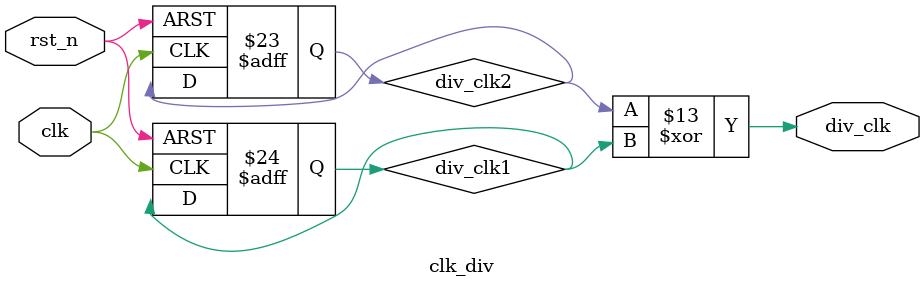
<source format=v>
module clk_div(
	input    clk,
	input    rst_n,
	output   div_clk
);
	
	parameter N = 651;
	
	reg   [3:0]  cnt; 
	reg       div_clk1;
	reg       div_clk2;
	
//--------------------cnt计数-------------------//
	always @(posedge clk or negedge rst_n)begin
		if(rst_n == 1'b0)begin
			cnt <= 0;
		end
		else if(cnt == (N-1))  //N-1
			cnt <= 0;
		else begin
			cnt <= cnt + 1;
		end
	end
	
//---------------上升沿(N-1)/2-1翻转-------------//
	always @(posedge clk or negedge rst_n)begin
		if(rst_n == 1'b0)begin
			div_clk1 <= 0;
		end
		else if(cnt == ((N-1)/2-1))begin  //(N-1)/2-1
			div_clk1 <= ~div_clk1;
		end
		else 
			div_clk1 <= div_clk1;
	end
	
//----------------下降沿(N-1)翻转-----------------//
	always @(negedge clk or negedge rst_n)begin
		if(rst_n == 1'b0)begin
			div_clk2 <= 0;
		end
		else if(cnt == (N-1))begin   //N-1
			div_clk2 <= ~div_clk2;
		end
		else 
			div_clk2 <= div_clk2;
	end
	
//----------------两个时钟做异或-----------------//
	assign div_clk = div_clk2 ^ div_clk1;

endmodule
</source>
